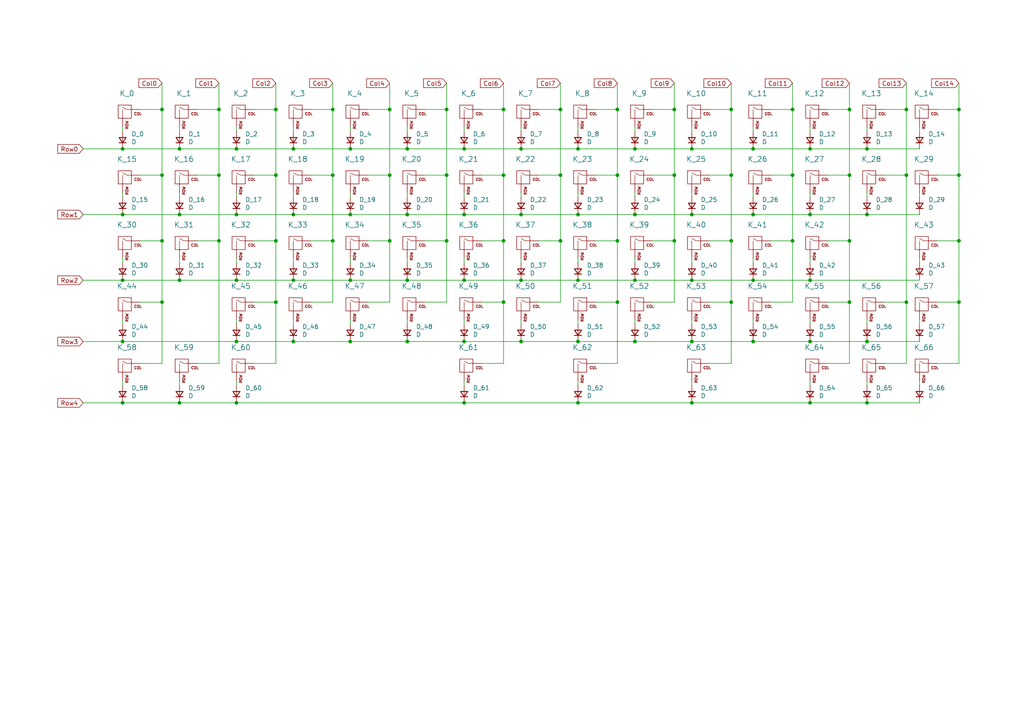
<source format=kicad_sch>
(kicad_sch (version 20211123) (generator eeschema)
  (paper "A4")
  (junction (at 46.99 31.75))
  (junction (at 68.58 81.28))
  (junction (at 80.01 31.75))
  (junction (at 80.01 87.63))
  (junction (at 200.66 116.84))
  (junction (at 96.52 50.8))
  (junction (at 96.52 31.75))
  (junction (at 162.56 50.8))
  (junction (at 229.87 31.75))
  (junction (at 212.09 87.63))
  (junction (at 146.05 87.63))
  (junction (at 68.58 62.23))
  (junction (at 234.95 43.18))
  (junction (at 246.38 69.85))
  (junction (at 251.46 116.84))
  (junction (at 151.13 62.23))
  (junction (at 167.64 62.23))
  (junction (at 278.13 69.85))
  (junction (at 46.99 50.8))
  (junction (at 200.66 62.23))
  (junction (at 151.13 43.18))
  (junction (at 68.58 116.84))
  (junction (at 134.62 99.06))
  (junction (at 146.05 69.85))
  (junction (at 262.89 87.63))
  (junction (at 234.95 81.28))
  (junction (at 35.56 116.84))
  (junction (at 251.46 62.23))
  (junction (at 200.66 43.18))
  (junction (at 162.56 69.85))
  (junction (at 113.03 50.8))
  (junction (at 179.07 50.8))
  (junction (at 167.64 116.84))
  (junction (at 134.62 62.23))
  (junction (at 167.64 81.28))
  (junction (at 218.44 81.28))
  (junction (at 118.11 62.23))
  (junction (at 195.58 50.8))
  (junction (at 167.64 99.06))
  (junction (at 184.15 81.28))
  (junction (at 52.07 43.18))
  (junction (at 184.15 99.06))
  (junction (at 246.38 31.75))
  (junction (at 134.62 81.28))
  (junction (at 218.44 43.18))
  (junction (at 101.6 99.06))
  (junction (at 113.03 69.85))
  (junction (at 35.56 81.28))
  (junction (at 85.09 81.28))
  (junction (at 200.66 81.28))
  (junction (at 278.13 50.8))
  (junction (at 85.09 43.18))
  (junction (at 162.56 31.75))
  (junction (at 151.13 81.28))
  (junction (at 195.58 69.85))
  (junction (at 212.09 50.8))
  (junction (at 246.38 87.63))
  (junction (at 229.87 69.85))
  (junction (at 200.66 99.06))
  (junction (at 46.99 87.63))
  (junction (at 251.46 43.18))
  (junction (at 179.07 31.75))
  (junction (at 52.07 62.23))
  (junction (at 151.13 99.06))
  (junction (at 262.89 50.8))
  (junction (at 46.99 69.85))
  (junction (at 63.5 31.75))
  (junction (at 218.44 99.06))
  (junction (at 234.95 62.23))
  (junction (at 167.64 43.18))
  (junction (at 246.38 50.8))
  (junction (at 52.07 116.84))
  (junction (at 129.54 31.75))
  (junction (at 118.11 43.18))
  (junction (at 35.56 43.18))
  (junction (at 251.46 99.06))
  (junction (at 85.09 62.23))
  (junction (at 118.11 99.06))
  (junction (at 146.05 50.8))
  (junction (at 85.09 99.06))
  (junction (at 218.44 62.23))
  (junction (at 96.52 69.85))
  (junction (at 184.15 43.18))
  (junction (at 101.6 81.28))
  (junction (at 146.05 31.75))
  (junction (at 68.58 99.06))
  (junction (at 134.62 43.18))
  (junction (at 195.58 31.75))
  (junction (at 68.58 43.18))
  (junction (at 234.95 116.84))
  (junction (at 179.07 87.63))
  (junction (at 278.13 31.75))
  (junction (at 212.09 31.75))
  (junction (at 101.6 62.23))
  (junction (at 80.01 69.85))
  (junction (at 179.07 69.85))
  (junction (at 63.5 50.8))
  (junction (at 35.56 62.23))
  (junction (at 229.87 50.8))
  (junction (at 184.15 62.23))
  (junction (at 52.07 81.28))
  (junction (at 35.56 99.06))
  (junction (at 63.5 69.85))
  (junction (at 129.54 50.8))
  (junction (at 113.03 31.75))
  (junction (at 262.89 31.75))
  (junction (at 80.01 50.8))
  (junction (at 234.95 99.06))
  (junction (at 212.09 69.85))
  (junction (at 278.13 87.63))
  (junction (at 129.54 69.85))
  (junction (at 101.6 43.18))
  (junction (at 134.62 116.84))
  (junction (at 118.11 81.28))
  (wire (pts (xy 262.89 31.75) (xy 262.89 50.8)))
  (wire (pts (xy 68.58 36.83) (xy 68.58 38.1)))
  (wire (pts (xy 240.03 87.63) (xy 246.38 87.63)))
  (wire (pts (xy 52.07 81.28) (xy 68.58 81.28)))
  (wire (pts (xy 24.13 62.23) (xy 35.56 62.23)))
  (wire (pts (xy 68.58 74.93) (xy 68.58 76.2)))
  (wire (pts (xy 162.56 69.85) (xy 162.56 50.8)))
  (wire (pts (xy 212.09 105.41) (xy 212.09 87.63)))
  (wire (pts (xy 218.44 55.88) (xy 218.44 57.15)))
  (wire (pts (xy 179.07 87.63) (xy 179.07 69.85)))
  (wire (pts (xy 106.68 31.75) (xy 113.03 31.75)))
  (wire (pts (xy 189.23 50.8) (xy 195.58 50.8)))
  (wire (pts (xy 123.19 50.8) (xy 129.54 50.8)))
  (wire (pts (xy 151.13 36.83) (xy 151.13 38.1)))
  (wire (pts (xy 106.68 69.85) (xy 113.03 69.85)))
  (wire (pts (xy 52.07 74.93) (xy 52.07 76.2)))
  (wire (pts (xy 251.46 110.49) (xy 251.46 111.76)))
  (wire (pts (xy 184.15 74.93) (xy 184.15 76.2)))
  (wire (pts (xy 251.46 36.83) (xy 251.46 38.1)))
  (wire (pts (xy 73.66 87.63) (xy 80.01 87.63)))
  (wire (pts (xy 35.56 55.88) (xy 35.56 57.15)))
  (wire (pts (xy 271.78 87.63) (xy 278.13 87.63)))
  (wire (pts (xy 251.46 116.84) (xy 266.7 116.84)))
  (wire (pts (xy 218.44 62.23) (xy 234.95 62.23)))
  (wire (pts (xy 63.5 105.41) (xy 63.5 69.85)))
  (wire (pts (xy 57.15 69.85) (xy 63.5 69.85)))
  (wire (pts (xy 200.66 81.28) (xy 218.44 81.28)))
  (wire (pts (xy 129.54 87.63) (xy 129.54 69.85)))
  (wire (pts (xy 234.95 74.93) (xy 234.95 76.2)))
  (wire (pts (xy 223.52 50.8) (xy 229.87 50.8)))
  (wire (pts (xy 212.09 69.85) (xy 212.09 50.8)))
  (wire (pts (xy 223.52 69.85) (xy 229.87 69.85)))
  (wire (pts (xy 167.64 36.83) (xy 167.64 38.1)))
  (wire (pts (xy 139.7 87.63) (xy 146.05 87.63)))
  (wire (pts (xy 118.11 74.93) (xy 118.11 76.2)))
  (wire (pts (xy 90.17 50.8) (xy 96.52 50.8)))
  (wire (pts (xy 118.11 55.88) (xy 118.11 57.15)))
  (wire (pts (xy 184.15 43.18) (xy 200.66 43.18)))
  (wire (pts (xy 223.52 87.63) (xy 229.87 87.63)))
  (wire (pts (xy 139.7 69.85) (xy 146.05 69.85)))
  (wire (pts (xy 85.09 36.83) (xy 85.09 38.1)))
  (wire (pts (xy 35.56 116.84) (xy 52.07 116.84)))
  (wire (pts (xy 223.52 31.75) (xy 229.87 31.75)))
  (wire (pts (xy 118.11 81.28) (xy 134.62 81.28)))
  (wire (pts (xy 52.07 62.23) (xy 68.58 62.23)))
  (wire (pts (xy 68.58 99.06) (xy 85.09 99.06)))
  (wire (pts (xy 146.05 87.63) (xy 146.05 69.85)))
  (wire (pts (xy 151.13 74.93) (xy 151.13 76.2)))
  (wire (pts (xy 123.19 31.75) (xy 129.54 31.75)))
  (wire (pts (xy 184.15 55.88) (xy 184.15 57.15)))
  (wire (pts (xy 278.13 24.13) (xy 278.13 31.75)))
  (wire (pts (xy 35.56 81.28) (xy 52.07 81.28)))
  (wire (pts (xy 218.44 81.28) (xy 234.95 81.28)))
  (wire (pts (xy 200.66 110.49) (xy 200.66 111.76)))
  (wire (pts (xy 167.64 92.71) (xy 167.64 93.98)))
  (wire (pts (xy 218.44 99.06) (xy 234.95 99.06)))
  (wire (pts (xy 101.6 99.06) (xy 118.11 99.06)))
  (wire (pts (xy 96.52 87.63) (xy 96.52 69.85)))
  (wire (pts (xy 35.56 110.49) (xy 35.56 111.76)))
  (wire (pts (xy 101.6 36.83) (xy 101.6 38.1)))
  (wire (pts (xy 218.44 36.83) (xy 218.44 38.1)))
  (wire (pts (xy 134.62 74.93) (xy 134.62 76.2)))
  (wire (pts (xy 46.99 105.41) (xy 46.99 87.63)))
  (wire (pts (xy 240.03 69.85) (xy 246.38 69.85)))
  (wire (pts (xy 189.23 31.75) (xy 195.58 31.75)))
  (wire (pts (xy 80.01 105.41) (xy 80.01 87.63)))
  (wire (pts (xy 205.74 105.41) (xy 212.09 105.41)))
  (wire (pts (xy 278.13 87.63) (xy 278.13 69.85)))
  (wire (pts (xy 240.03 105.41) (xy 246.38 105.41)))
  (wire (pts (xy 90.17 69.85) (xy 96.52 69.85)))
  (wire (pts (xy 167.64 110.49) (xy 167.64 111.76)))
  (wire (pts (xy 118.11 62.23) (xy 134.62 62.23)))
  (wire (pts (xy 218.44 92.71) (xy 218.44 93.98)))
  (wire (pts (xy 118.11 36.83) (xy 118.11 38.1)))
  (wire (pts (xy 234.95 110.49) (xy 234.95 111.76)))
  (wire (pts (xy 179.07 69.85) (xy 179.07 50.8)))
  (wire (pts (xy 68.58 92.71) (xy 68.58 93.98)))
  (wire (pts (xy 151.13 55.88) (xy 151.13 57.15)))
  (wire (pts (xy 63.5 69.85) (xy 63.5 50.8)))
  (wire (pts (xy 35.56 43.18) (xy 52.07 43.18)))
  (wire (pts (xy 68.58 81.28) (xy 85.09 81.28)))
  (wire (pts (xy 40.64 31.75) (xy 46.99 31.75)))
  (wire (pts (xy 123.19 87.63) (xy 129.54 87.63)))
  (wire (pts (xy 35.56 74.93) (xy 35.56 76.2)))
  (wire (pts (xy 256.54 50.8) (xy 262.89 50.8)))
  (wire (pts (xy 68.58 110.49) (xy 68.58 111.76)))
  (wire (pts (xy 251.46 55.88) (xy 251.46 57.15)))
  (wire (pts (xy 85.09 92.71) (xy 85.09 93.98)))
  (wire (pts (xy 35.56 62.23) (xy 52.07 62.23)))
  (wire (pts (xy 172.72 69.85) (xy 179.07 69.85)))
  (wire (pts (xy 85.09 55.88) (xy 85.09 57.15)))
  (wire (pts (xy 57.15 31.75) (xy 63.5 31.75)))
  (wire (pts (xy 146.05 31.75) (xy 146.05 50.8)))
  (wire (pts (xy 68.58 43.18) (xy 85.09 43.18)))
  (wire (pts (xy 68.58 62.23) (xy 85.09 62.23)))
  (wire (pts (xy 134.62 62.23) (xy 151.13 62.23)))
  (wire (pts (xy 195.58 31.75) (xy 195.58 50.8)))
  (wire (pts (xy 262.89 24.13) (xy 262.89 31.75)))
  (wire (pts (xy 200.66 74.93) (xy 200.66 76.2)))
  (wire (pts (xy 151.13 43.18) (xy 167.64 43.18)))
  (wire (pts (xy 68.58 116.84) (xy 134.62 116.84)))
  (wire (pts (xy 200.66 36.83) (xy 200.66 38.1)))
  (wire (pts (xy 139.7 31.75) (xy 146.05 31.75)))
  (wire (pts (xy 205.74 69.85) (xy 212.09 69.85)))
  (wire (pts (xy 151.13 62.23) (xy 167.64 62.23)))
  (wire (pts (xy 139.7 50.8) (xy 146.05 50.8)))
  (wire (pts (xy 195.58 69.85) (xy 195.58 50.8)))
  (wire (pts (xy 24.13 81.28) (xy 35.56 81.28)))
  (wire (pts (xy 134.62 55.88) (xy 134.62 57.15)))
  (wire (pts (xy 212.09 31.75) (xy 212.09 50.8)))
  (wire (pts (xy 85.09 74.93) (xy 85.09 76.2)))
  (wire (pts (xy 113.03 31.75) (xy 113.03 50.8)))
  (wire (pts (xy 184.15 99.06) (xy 200.66 99.06)))
  (wire (pts (xy 205.74 87.63) (xy 212.09 87.63)))
  (wire (pts (xy 266.7 36.83) (xy 266.7 38.1)))
  (wire (pts (xy 167.64 43.18) (xy 184.15 43.18)))
  (wire (pts (xy 123.19 69.85) (xy 129.54 69.85)))
  (wire (pts (xy 266.7 92.71) (xy 266.7 93.98)))
  (wire (pts (xy 40.64 50.8) (xy 46.99 50.8)))
  (wire (pts (xy 80.01 87.63) (xy 80.01 69.85)))
  (wire (pts (xy 240.03 31.75) (xy 246.38 31.75)))
  (wire (pts (xy 68.58 55.88) (xy 68.58 57.15)))
  (wire (pts (xy 90.17 87.63) (xy 96.52 87.63)))
  (wire (pts (xy 184.15 62.23) (xy 200.66 62.23)))
  (wire (pts (xy 200.66 99.06) (xy 218.44 99.06)))
  (wire (pts (xy 129.54 69.85) (xy 129.54 50.8)))
  (wire (pts (xy 73.66 50.8) (xy 80.01 50.8)))
  (wire (pts (xy 46.99 87.63) (xy 46.99 69.85)))
  (wire (pts (xy 146.05 69.85) (xy 146.05 50.8)))
  (wire (pts (xy 278.13 69.85) (xy 278.13 50.8)))
  (wire (pts (xy 162.56 24.13) (xy 162.56 31.75)))
  (wire (pts (xy 195.58 87.63) (xy 195.58 69.85)))
  (wire (pts (xy 57.15 105.41) (xy 63.5 105.41)))
  (wire (pts (xy 172.72 31.75) (xy 179.07 31.75)))
  (wire (pts (xy 234.95 81.28) (xy 266.7 81.28)))
  (wire (pts (xy 156.21 87.63) (xy 162.56 87.63)))
  (wire (pts (xy 57.15 50.8) (xy 63.5 50.8)))
  (wire (pts (xy 271.78 31.75) (xy 278.13 31.75)))
  (wire (pts (xy 40.64 69.85) (xy 46.99 69.85)))
  (wire (pts (xy 63.5 31.75) (xy 63.5 50.8)))
  (wire (pts (xy 240.03 50.8) (xy 246.38 50.8)))
  (wire (pts (xy 218.44 74.93) (xy 218.44 76.2)))
  (wire (pts (xy 271.78 105.41) (xy 278.13 105.41)))
  (wire (pts (xy 139.7 105.41) (xy 146.05 105.41)))
  (wire (pts (xy 256.54 31.75) (xy 262.89 31.75)))
  (wire (pts (xy 229.87 31.75) (xy 229.87 50.8)))
  (wire (pts (xy 118.11 99.06) (xy 134.62 99.06)))
  (wire (pts (xy 256.54 105.41) (xy 262.89 105.41)))
  (wire (pts (xy 134.62 110.49) (xy 134.62 111.76)))
  (wire (pts (xy 234.95 55.88) (xy 234.95 57.15)))
  (wire (pts (xy 251.46 43.18) (xy 266.7 43.18)))
  (wire (pts (xy 179.07 24.13) (xy 179.07 31.75)))
  (wire (pts (xy 234.95 62.23) (xy 251.46 62.23)))
  (wire (pts (xy 63.5 24.13) (xy 63.5 31.75)))
  (wire (pts (xy 24.13 99.06) (xy 35.56 99.06)))
  (wire (pts (xy 262.89 105.41) (xy 262.89 87.63)))
  (wire (pts (xy 118.11 43.18) (xy 134.62 43.18)))
  (wire (pts (xy 200.66 92.71) (xy 200.66 93.98)))
  (wire (pts (xy 234.95 36.83) (xy 234.95 38.1)))
  (wire (pts (xy 146.05 24.13) (xy 146.05 31.75)))
  (wire (pts (xy 271.78 69.85) (xy 278.13 69.85)))
  (wire (pts (xy 212.09 24.13) (xy 212.09 31.75)))
  (wire (pts (xy 234.95 43.18) (xy 251.46 43.18)))
  (wire (pts (xy 251.46 62.23) (xy 266.7 62.23)))
  (wire (pts (xy 189.23 69.85) (xy 195.58 69.85)))
  (wire (pts (xy 134.62 36.83) (xy 134.62 38.1)))
  (wire (pts (xy 256.54 87.63) (xy 262.89 87.63)))
  (wire (pts (xy 229.87 24.13) (xy 229.87 31.75)))
  (wire (pts (xy 80.01 69.85) (xy 80.01 50.8)))
  (wire (pts (xy 113.03 24.13) (xy 113.03 31.75)))
  (wire (pts (xy 101.6 81.28) (xy 118.11 81.28)))
  (wire (pts (xy 52.07 36.83) (xy 52.07 38.1)))
  (wire (pts (xy 101.6 74.93) (xy 101.6 76.2)))
  (wire (pts (xy 24.13 43.18) (xy 35.56 43.18)))
  (wire (pts (xy 35.56 36.83) (xy 35.56 38.1)))
  (wire (pts (xy 40.64 87.63) (xy 46.99 87.63)))
  (wire (pts (xy 52.07 43.18) (xy 68.58 43.18)))
  (wire (pts (xy 167.64 99.06) (xy 184.15 99.06)))
  (wire (pts (xy 101.6 55.88) (xy 101.6 57.15)))
  (wire (pts (xy 134.62 43.18) (xy 151.13 43.18)))
  (wire (pts (xy 167.64 116.84) (xy 200.66 116.84)))
  (wire (pts (xy 172.72 87.63) (xy 179.07 87.63)))
  (wire (pts (xy 118.11 92.71) (xy 118.11 93.98)))
  (wire (pts (xy 113.03 87.63) (xy 113.03 69.85)))
  (wire (pts (xy 113.03 69.85) (xy 113.03 50.8)))
  (wire (pts (xy 278.13 31.75) (xy 278.13 50.8)))
  (wire (pts (xy 200.66 43.18) (xy 218.44 43.18)))
  (wire (pts (xy 246.38 87.63) (xy 246.38 69.85)))
  (wire (pts (xy 96.52 31.75) (xy 96.52 50.8)))
  (wire (pts (xy 167.64 74.93) (xy 167.64 76.2)))
  (wire (pts (xy 106.68 50.8) (xy 113.03 50.8)))
  (wire (pts (xy 156.21 69.85) (xy 162.56 69.85)))
  (wire (pts (xy 46.99 31.75) (xy 46.99 50.8)))
  (wire (pts (xy 189.23 87.63) (xy 195.58 87.63)))
  (wire (pts (xy 251.46 99.06) (xy 266.7 99.06)))
  (wire (pts (xy 52.07 55.88) (xy 52.07 57.15)))
  (wire (pts (xy 184.15 81.28) (xy 200.66 81.28)))
  (wire (pts (xy 134.62 92.71) (xy 134.62 93.98)))
  (wire (pts (xy 266.7 55.88) (xy 266.7 57.15)))
  (wire (pts (xy 234.95 99.06) (xy 251.46 99.06)))
  (wire (pts (xy 278.13 105.41) (xy 278.13 87.63)))
  (wire (pts (xy 85.09 43.18) (xy 101.6 43.18)))
  (wire (pts (xy 167.64 55.88) (xy 167.64 57.15)))
  (wire (pts (xy 246.38 31.75) (xy 246.38 50.8)))
  (wire (pts (xy 73.66 105.41) (xy 80.01 105.41)))
  (wire (pts (xy 129.54 24.13) (xy 129.54 31.75)))
  (wire (pts (xy 184.15 92.71) (xy 184.15 93.98)))
  (wire (pts (xy 266.7 74.93) (xy 266.7 76.2)))
  (wire (pts (xy 179.07 105.41) (xy 179.07 87.63)))
  (wire (pts (xy 162.56 31.75) (xy 162.56 50.8)))
  (wire (pts (xy 246.38 105.41) (xy 246.38 87.63)))
  (wire (pts (xy 205.74 31.75) (xy 212.09 31.75)))
  (wire (pts (xy 35.56 99.06) (xy 68.58 99.06)))
  (wire (pts (xy 266.7 110.49) (xy 266.7 111.76)))
  (wire (pts (xy 80.01 24.13) (xy 80.01 31.75)))
  (wire (pts (xy 40.64 105.41) (xy 46.99 105.41)))
  (wire (pts (xy 195.58 24.13) (xy 195.58 31.75)))
  (wire (pts (xy 151.13 81.28) (xy 167.64 81.28)))
  (wire (pts (xy 167.64 62.23) (xy 184.15 62.23)))
  (wire (pts (xy 200.66 55.88) (xy 200.66 57.15)))
  (wire (pts (xy 35.56 92.71) (xy 35.56 93.98)))
  (wire (pts (xy 167.64 81.28) (xy 184.15 81.28)))
  (wire (pts (xy 151.13 99.06) (xy 167.64 99.06)))
  (wire (pts (xy 246.38 24.13) (xy 246.38 31.75)))
  (wire (pts (xy 246.38 69.85) (xy 246.38 50.8)))
  (wire (pts (xy 52.07 116.84) (xy 68.58 116.84)))
  (wire (pts (xy 146.05 105.41) (xy 146.05 87.63)))
  (wire (pts (xy 262.89 87.63) (xy 262.89 50.8)))
  (wire (pts (xy 172.72 105.41) (xy 179.07 105.41)))
  (wire (pts (xy 234.95 116.84) (xy 251.46 116.84)))
  (wire (pts (xy 52.07 110.49) (xy 52.07 111.76)))
  (wire (pts (xy 134.62 99.06) (xy 151.13 99.06)))
  (wire (pts (xy 151.13 92.71) (xy 151.13 93.98)))
  (wire (pts (xy 229.87 69.85) (xy 229.87 50.8)))
  (wire (pts (xy 200.66 62.23) (xy 218.44 62.23)))
  (wire (pts (xy 234.95 92.71) (xy 234.95 93.98)))
  (wire (pts (xy 73.66 31.75) (xy 80.01 31.75)))
  (wire (pts (xy 90.17 31.75) (xy 96.52 31.75)))
  (wire (pts (xy 229.87 87.63) (xy 229.87 69.85)))
  (wire (pts (xy 24.13 116.84) (xy 35.56 116.84)))
  (wire (pts (xy 85.09 62.23) (xy 101.6 62.23)))
  (wire (pts (xy 172.72 50.8) (xy 179.07 50.8)))
  (wire (pts (xy 200.66 116.84) (xy 234.95 116.84)))
  (wire (pts (xy 218.44 43.18) (xy 234.95 43.18)))
  (wire (pts (xy 162.56 87.63) (xy 162.56 69.85)))
  (wire (pts (xy 156.21 31.75) (xy 162.56 31.75)))
  (wire (pts (xy 134.62 116.84) (xy 167.64 116.84)))
  (wire (pts (xy 106.68 87.63) (xy 113.03 87.63)))
  (wire (pts (xy 96.52 24.13) (xy 96.52 31.75)))
  (wire (pts (xy 156.21 50.8) (xy 162.56 50.8)))
  (wire (pts (xy 46.99 24.13) (xy 46.99 31.75)))
  (wire (pts (xy 251.46 92.71) (xy 251.46 93.98)))
  (wire (pts (xy 184.15 36.83) (xy 184.15 38.1)))
  (wire (pts (xy 73.66 69.85) (xy 80.01 69.85)))
  (wire (pts (xy 179.07 31.75) (xy 179.07 50.8)))
  (wire (pts (xy 212.09 87.63) (xy 212.09 69.85)))
  (wire (pts (xy 134.62 81.28) (xy 151.13 81.28)))
  (wire (pts (xy 96.52 69.85) (xy 96.52 50.8)))
  (wire (pts (xy 46.99 69.85) (xy 46.99 50.8)))
  (wire (pts (xy 85.09 99.06) (xy 101.6 99.06)))
  (wire (pts (xy 101.6 62.23) (xy 118.11 62.23)))
  (wire (pts (xy 205.74 50.8) (xy 212.09 50.8)))
  (wire (pts (xy 101.6 43.18) (xy 118.11 43.18)))
  (wire (pts (xy 101.6 92.71) (xy 101.6 93.98)))
  (wire (pts (xy 80.01 31.75) (xy 80.01 50.8)))
  (wire (pts (xy 271.78 50.8) (xy 278.13 50.8)))
  (wire (pts (xy 129.54 31.75) (xy 129.54 50.8)))
  (wire (pts (xy 85.09 81.28) (xy 101.6 81.28)))
  (global_label "Col2" (shape input) (at 80.01 24.13 180) (property "Intersheet References" "${INTERSHEET_REFS}" (effects hide)))
  (global_label "Row2" (shape input) (at 24.13 81.28 180) (property "Intersheet References" "${INTERSHEET_REFS}" (effects hide)))
  (global_label "Col0" (shape input) (at 46.99 24.13 180) (property "Intersheet References" "${INTERSHEET_REFS}" (effects hide)))
  (global_label "Col4" (shape input) (at 113.03 24.13 180) (property "Intersheet References" "${INTERSHEET_REFS}" (effects hide)))
  (global_label "Col14" (shape input) (at 278.13 24.13 180) (property "Intersheet References" "${INTERSHEET_REFS}" (effects hide)))
  (global_label "Col6" (shape input) (at 146.05 24.13 180) (property "Intersheet References" "${INTERSHEET_REFS}" (effects hide)))
  (global_label "Col1" (shape input) (at 63.5 24.13 180) (property "Intersheet References" "${INTERSHEET_REFS}" (effects hide)))
  (global_label "Row3" (shape input) (at 24.13 99.06 180) (property "Intersheet References" "${INTERSHEET_REFS}" (effects hide)))
  (global_label "Col11" (shape input) (at 229.87 24.13 180) (property "Intersheet References" "${INTERSHEET_REFS}" (effects hide)))
  (global_label "Row0" (shape input) (at 24.13 43.18 180) (property "Intersheet References" "${INTERSHEET_REFS}" (effects hide)))
  (global_label "Row4" (shape input) (at 24.13 116.84 180) (property "Intersheet References" "${INTERSHEET_REFS}" (effects hide)))
  (global_label "Col10" (shape input) (at 212.09 24.13 180) (property "Intersheet References" "${INTERSHEET_REFS}" (effects hide)))
  (global_label "Col9" (shape input) (at 195.58 24.13 180) (property "Intersheet References" "${INTERSHEET_REFS}" (effects hide)))
  (global_label "Col3" (shape input) (at 96.52 24.13 180) (property "Intersheet References" "${INTERSHEET_REFS}" (effects hide)))
  (global_label "Col5" (shape input) (at 129.54 24.13 180) (property "Intersheet References" "${INTERSHEET_REFS}" (effects hide)))
  (global_label "Col13" (shape input) (at 262.89 24.13 180) (property "Intersheet References" "${INTERSHEET_REFS}" (effects hide)))
  (global_label "Col7" (shape input) (at 162.56 24.13 180) (property "Intersheet References" "${INTERSHEET_REFS}" (effects hide)))
  (global_label "Row1" (shape input) (at 24.13 62.23 180) (property "Intersheet References" "${INTERSHEET_REFS}" (effects hide)))
  (global_label "Col12" (shape input) (at 246.38 24.13 180) (property "Intersheet References" "${INTERSHEET_REFS}" (effects hide)))
  (global_label "Col8" (shape input) (at 179.07 24.13 180) (property "Intersheet References" "${INTERSHEET_REFS}" (effects hide)))
  (symbol (lib_id "Device:D_Small") (at 251.46 59.69 90) (unit 1)
    (property "Reference" "D_28" (at 254 57.912 90) (effects (justify right)))
    (property "Value" "D" (at 254 60.198 90) (effects (justify right)))
    (property "Footprint" "Diode_SMD:D_SOD-123" (effects hide))
  )
  (symbol (lib_id "MX_Alps_Hybrid:MX-NoLED") (at 102.87 52.07 0) (unit 1)
    (property "Reference" "K_19" (at 102.87 46.1518 0) (effects (font (size 1.524 1.524))))
    (property "Value" "KEYSW" (effects hide))
    (property "Footprint" "MX_Alps_Hybrid:MX-1U-NoLED" (effects hide))
  )
  (symbol (lib_id "Device:D_Small") (at 118.11 40.64 90) (unit 1)
    (property "Reference" "D_5" (at 120.65 38.862 90) (effects (justify right)))
    (property "Value" "D" (at 120.65 41.148 90) (effects (justify right)))
    (property "Footprint" "Diode_SMD:D_SOD-123" (effects hide))
  )
  (symbol (lib_id "MX_Alps_Hybrid:MX-NoLED") (at 219.71 52.07 0) (unit 1)
    (property "Reference" "K_26" (at 219.71 46.1518 0) (effects (font (size 1.524 1.524))))
    (property "Value" "KEYSW" (effects hide))
    (property "Footprint" "MX_Alps_Hybrid:MX-1U-NoLED" (effects hide))
  )
  (symbol (lib_id "Device:D_Small") (at 68.58 40.64 90) (unit 1)
    (property "Reference" "D_2" (at 71.12 38.862 90) (effects (justify right)))
    (property "Value" "D" (at 71.12 41.148 90) (effects (justify right)))
    (property "Footprint" "Diode_SMD:D_SOD-123" (effects hide))
  )
  (symbol (lib_id "MX_Alps_Hybrid:MX-NoLED") (at 102.87 88.9 0) (unit 1)
    (property "Reference" "K_47" (at 102.87 82.9818 0) (effects (font (size 1.524 1.524))))
    (property "Value" "KEYSW" (effects hide))
    (property "Footprint" "MX_Alps_Hybrid:MX-1U-NoLED" (effects hide))
  )
  (symbol (lib_id "Device:D_Small") (at 52.07 40.64 90) (unit 1)
    (property "Reference" "D_1" (at 54.61 38.862 90) (effects (justify right)))
    (property "Value" "D" (at 54.61 41.148 90) (effects (justify right)))
    (property "Footprint" "Diode_SMD:D_SOD-123" (effects hide))
  )
  (symbol (lib_id "Device:D_Small") (at 234.95 59.69 90) (unit 1)
    (property "Reference" "D_27" (at 237.49 57.912 90) (effects (justify right)))
    (property "Value" "D" (at 237.49 60.198 90) (effects (justify right)))
    (property "Footprint" "Diode_SMD:D_SOD-123" (effects hide))
  )
  (symbol (lib_id "MX_Alps_Hybrid:MX-NoLED") (at 152.4 52.07 0) (unit 1)
    (property "Reference" "K_22" (at 152.4 46.1518 0) (effects (font (size 1.524 1.524))))
    (property "Value" "KEYSW" (effects hide))
    (property "Footprint" "MX_Alps_Hybrid:MX-1U-NoLED" (effects hide))
  )
  (symbol (lib_id "MX_Alps_Hybrid:MX-NoLED") (at 201.93 33.02 0) (unit 1)
    (property "Reference" "K_10" (at 201.93 27.1018 0) (effects (font (size 1.524 1.524))))
    (property "Value" "KEYSW" (effects hide))
    (property "Footprint" "MX_Alps_Hybrid:MX-1U-NoLED" (effects hide))
  )
  (symbol (lib_id "Device:D_Small") (at 134.62 114.3 90) (unit 1)
    (property "Reference" "D_61" (at 137.16 112.522 90) (effects (justify right)))
    (property "Value" "D" (at 137.16 114.808 90) (effects (justify right)))
    (property "Footprint" "Diode_SMD:D_SOD-123" (effects hide))
  )
  (symbol (lib_id "Device:D_Small") (at 134.62 59.69 90) (unit 1)
    (property "Reference" "D_21" (at 137.16 57.912 90) (effects (justify right)))
    (property "Value" "D" (at 137.16 60.198 90) (effects (justify right)))
    (property "Footprint" "Diode_SMD:D_SOD-123" (effects hide))
  )
  (symbol (lib_id "MX_Alps_Hybrid:MX-NoLED") (at 36.83 33.02 0) (unit 1)
    (property "Reference" "K_0" (at 36.83 27.1018 0) (effects (font (size 1.524 1.524))))
    (property "Value" "KEYSW" (effects hide))
    (property "Footprint" "MX_Alps_Hybrid:MX-1U-NoLED" (effects hide))
  )
  (symbol (lib_id "Device:D_Small") (at 167.64 59.69 90) (unit 1)
    (property "Reference" "D_23" (at 170.18 57.912 90) (effects (justify right)))
    (property "Value" "D" (at 170.18 60.198 90) (effects (justify right)))
    (property "Footprint" "Diode_SMD:D_SOD-123" (effects hide))
  )
  (symbol (lib_id "MX_Alps_Hybrid:MX-NoLED") (at 185.42 52.07 0) (unit 1)
    (property "Reference" "K_24" (at 185.42 46.1518 0) (effects (font (size 1.524 1.524))))
    (property "Value" "KEYSW" (effects hide))
    (property "Footprint" "MX_Alps_Hybrid:MX-1U-NoLED" (effects hide))
  )
  (symbol (lib_id "Device:D_Small") (at 35.56 78.74 90) (unit 1)
    (property "Reference" "D_30" (at 38.1 76.962 90) (effects (justify right)))
    (property "Value" "D" (at 38.1 79.248 90) (effects (justify right)))
    (property "Footprint" "Diode_SMD:D_SOD-123" (effects hide))
  )
  (symbol (lib_id "MX_Alps_Hybrid:MX-NoLED") (at 267.97 106.68 0) (unit 1)
    (property "Reference" "K_66" (at 267.97 100.7618 0) (effects (font (size 1.524 1.524))))
    (property "Value" "KEYSW" (effects hide))
    (property "Footprint" "MX_Alps_Hybrid:MX-1U-NoLED" (effects hide))
  )
  (symbol (lib_id "MX_Alps_Hybrid:MX-NoLED") (at 53.34 52.07 0) (unit 1)
    (property "Reference" "K_16" (at 53.34 46.1518 0) (effects (font (size 1.524 1.524))))
    (property "Value" "KEYSW" (effects hide))
    (property "Footprint" "MX_Alps_Hybrid:MX-1U-NoLED" (effects hide))
  )
  (symbol (lib_id "Device:D_Small") (at 234.95 114.3 90) (unit 1)
    (property "Reference" "D_64" (at 237.49 112.522 90) (effects (justify right)))
    (property "Value" "D" (at 237.49 114.808 90) (effects (justify right)))
    (property "Footprint" "Diode_SMD:D_SOD-123" (effects hide))
  )
  (symbol (lib_id "MX_Alps_Hybrid:MX-NoLED") (at 135.89 33.02 0) (unit 1)
    (property "Reference" "K_6" (at 135.89 27.1018 0) (effects (font (size 1.524 1.524))))
    (property "Value" "KEYSW" (effects hide))
    (property "Footprint" "MX_Alps_Hybrid:MX-1U-NoLED" (effects hide))
  )
  (symbol (lib_id "Device:D_Small") (at 35.56 59.69 90) (unit 1)
    (property "Reference" "D_15" (at 38.1 57.912 90) (effects (justify right)))
    (property "Value" "D" (at 38.1 60.198 90) (effects (justify right)))
    (property "Footprint" "Diode_SMD:D_SOD-123" (effects hide))
  )
  (symbol (lib_id "MX_Alps_Hybrid:MX-NoLED") (at 252.73 106.68 0) (unit 1)
    (property "Reference" "K_65" (at 252.73 100.7618 0) (effects (font (size 1.524 1.524))))
    (property "Value" "KEYSW" (effects hide))
    (property "Footprint" "MX_Alps_Hybrid:MX-1U-NoLED" (effects hide))
  )
  (symbol (lib_id "Device:D_Small") (at 85.09 78.74 90) (unit 1)
    (property "Reference" "D_33" (at 87.63 76.962 90) (effects (justify right)))
    (property "Value" "D" (at 87.63 79.248 90) (effects (justify right)))
    (property "Footprint" "Diode_SMD:D_SOD-123" (effects hide))
  )
  (symbol (lib_id "MX_Alps_Hybrid:MX-NoLED") (at 152.4 71.12 0) (unit 1)
    (property "Reference" "K_37" (at 152.4 65.2018 0) (effects (font (size 1.524 1.524))))
    (property "Value" "KEYSW" (effects hide))
    (property "Footprint" "MX_Alps_Hybrid:MX-1U-NoLED" (effects hide))
  )
  (symbol (lib_id "MX_Alps_Hybrid:MX-NoLED") (at 86.36 88.9 0) (unit 1)
    (property "Reference" "K_46" (at 86.36 82.9818 0) (effects (font (size 1.524 1.524))))
    (property "Value" "KEYSW" (effects hide))
    (property "Footprint" "MX_Alps_Hybrid:MX-1U-NoLED" (effects hide))
  )
  (symbol (lib_id "Device:D_Small") (at 85.09 59.69 90) (unit 1)
    (property "Reference" "D_18" (at 87.63 57.912 90) (effects (justify right)))
    (property "Value" "D" (at 87.63 60.198 90) (effects (justify right)))
    (property "Footprint" "Diode_SMD:D_SOD-123" (effects hide))
  )
  (symbol (lib_id "MX_Alps_Hybrid:MX-NoLED") (at 219.71 33.02 0) (unit 1)
    (property "Reference" "K_11" (at 219.71 27.1018 0) (effects (font (size 1.524 1.524))))
    (property "Value" "KEYSW" (effects hide))
    (property "Footprint" "MX_Alps_Hybrid:MX-1U-NoLED" (effects hide))
  )
  (symbol (lib_id "Device:D_Small") (at 134.62 40.64 90) (unit 1)
    (property "Reference" "D_6" (at 137.16 38.862 90) (effects (justify right)))
    (property "Value" "D" (at 137.16 41.148 90) (effects (justify right)))
    (property "Footprint" "Diode_SMD:D_SOD-123" (effects hide))
  )
  (symbol (lib_id "MX_Alps_Hybrid:MX-NoLED") (at 252.73 88.9 0) (unit 1)
    (property "Reference" "K_56" (at 252.73 82.9818 0) (effects (font (size 1.524 1.524))))
    (property "Value" "KEYSW" (effects hide))
    (property "Footprint" "MX_Alps_Hybrid:MX-1U-NoLED" (effects hide))
  )
  (symbol (lib_id "Device:D_Small") (at 234.95 40.64 90) (unit 1)
    (property "Reference" "D_12" (at 237.49 38.862 90) (effects (justify right)))
    (property "Value" "D" (at 237.49 41.148 90) (effects (justify right)))
    (property "Footprint" "Diode_SMD:D_SOD-123" (effects hide))
  )
  (symbol (lib_id "MX_Alps_Hybrid:MX-NoLED") (at 53.34 71.12 0) (unit 1)
    (property "Reference" "K_31" (at 53.34 65.2018 0) (effects (font (size 1.524 1.524))))
    (property "Value" "KEYSW" (effects hide))
    (property "Footprint" "MX_Alps_Hybrid:MX-1U-NoLED" (effects hide))
  )
  (symbol (lib_id "Device:D_Small") (at 68.58 78.74 90) (unit 1)
    (property "Reference" "D_32" (at 71.12 76.962 90) (effects (justify right)))
    (property "Value" "D" (at 71.12 79.248 90) (effects (justify right)))
    (property "Footprint" "Diode_SMD:D_SOD-123" (effects hide))
  )
  (symbol (lib_id "MX_Alps_Hybrid:MX-NoLED") (at 86.36 71.12 0) (unit 1)
    (property "Reference" "K_33" (at 86.36 65.2018 0) (effects (font (size 1.524 1.524))))
    (property "Value" "KEYSW" (effects hide))
    (property "Footprint" "MX_Alps_Hybrid:MX-1U-NoLED" (effects hide))
  )
  (symbol (lib_id "MX_Alps_Hybrid:MX-NoLED") (at 168.91 33.02 0) (unit 1)
    (property "Reference" "K_8" (at 168.91 27.1018 0) (effects (font (size 1.524 1.524))))
    (property "Value" "KEYSW" (effects hide))
    (property "Footprint" "MX_Alps_Hybrid:MX-1U-NoLED" (effects hide))
  )
  (symbol (lib_id "MX_Alps_Hybrid:MX-NoLED") (at 236.22 52.07 0) (unit 1)
    (property "Reference" "K_27" (at 236.22 46.1518 0) (effects (font (size 1.524 1.524))))
    (property "Value" "KEYSW" (effects hide))
    (property "Footprint" "MX_Alps_Hybrid:MX-1U-NoLED" (effects hide))
  )
  (symbol (lib_id "MX_Alps_Hybrid:MX-NoLED") (at 219.71 88.9 0) (unit 1)
    (property "Reference" "K_54" (at 219.71 82.9818 0) (effects (font (size 1.524 1.524))))
    (property "Value" "KEYSW" (effects hide))
    (property "Footprint" "MX_Alps_Hybrid:MX-1U-NoLED" (effects hide))
  )
  (symbol (lib_id "Device:D_Small") (at 200.66 78.74 90) (unit 1)
    (property "Reference" "D_40" (at 203.2 76.962 90) (effects (justify right)))
    (property "Value" "D" (at 203.2 79.248 90) (effects (justify right)))
    (property "Footprint" "Diode_SMD:D_SOD-123" (effects hide))
  )
  (symbol (lib_id "MX_Alps_Hybrid:MX-NoLED") (at 185.42 33.02 0) (unit 1)
    (property "Reference" "K_9" (at 185.42 27.1018 0) (effects (font (size 1.524 1.524))))
    (property "Value" "KEYSW" (effects hide))
    (property "Footprint" "MX_Alps_Hybrid:MX-1U-NoLED" (effects hide))
  )
  (symbol (lib_id "Device:D_Small") (at 251.46 96.52 90) (unit 1)
    (property "Reference" "D_56" (at 254 94.742 90) (effects (justify right)))
    (property "Value" "D" (at 254 97.028 90) (effects (justify right)))
    (property "Footprint" "Diode_SMD:D_SOD-123" (effects hide))
  )
  (symbol (lib_id "MX_Alps_Hybrid:MX-NoLED") (at 252.73 33.02 0) (unit 1)
    (property "Reference" "K_13" (at 252.73 27.1018 0) (effects (font (size 1.524 1.524))))
    (property "Value" "KEYSW" (effects hide))
    (property "Footprint" "MX_Alps_Hybrid:MX-2U-NoLED" (effects hide))
  )
  (symbol (lib_id "Device:D_Small") (at 184.15 40.64 90) (unit 1)
    (property "Reference" "D_9" (at 186.69 38.862 90) (effects (justify right)))
    (property "Value" "D" (at 186.69 41.148 90) (effects (justify right)))
    (property "Footprint" "Diode_SMD:D_SOD-123" (effects hide))
  )
  (symbol (lib_id "MX_Alps_Hybrid:MX-NoLED") (at 36.83 106.68 0) (unit 1)
    (property "Reference" "K_58" (at 36.83 100.7618 0) (effects (font (size 1.524 1.524))))
    (property "Value" "KEYSW" (effects hide))
    (property "Footprint" "MX_Alps_Hybrid:MX-1.25U-NoLED" (effects hide))
  )
  (symbol (lib_id "Device:D_Small") (at 167.64 78.74 90) (unit 1)
    (property "Reference" "D_38" (at 170.18 76.962 90) (effects (justify right)))
    (property "Value" "D" (at 170.18 79.248 90) (effects (justify right)))
    (property "Footprint" "Diode_SMD:D_SOD-123" (effects hide))
  )
  (symbol (lib_id "Device:D_Small") (at 35.56 40.64 90) (unit 1)
    (property "Reference" "D_0" (at 38.1 38.862 90) (effects (justify right)))
    (property "Value" "D" (at 38.1 41.148 90) (effects (justify right)))
    (property "Footprint" "Diode_SMD:D_SOD-123" (effects hide))
  )
  (symbol (lib_id "Device:D_Small") (at 251.46 114.3 90) (unit 1)
    (property "Reference" "D_65" (at 254 112.522 90) (effects (justify right)))
    (property "Value" "D" (at 254 114.808 90) (effects (justify right)))
    (property "Footprint" "Diode_SMD:D_SOD-123" (effects hide))
  )
  (symbol (lib_id "MX_Alps_Hybrid:MX-NoLED") (at 86.36 33.02 0) (unit 1)
    (property "Reference" "K_3" (at 86.36 27.1018 0) (effects (font (size 1.524 1.524))))
    (property "Value" "KEYSW" (effects hide))
    (property "Footprint" "MX_Alps_Hybrid:MX-1U-NoLED" (effects hide))
  )
  (symbol (lib_id "Device:D_Small") (at 134.62 78.74 90) (unit 1)
    (property "Reference" "D_36" (at 137.16 76.962 90) (effects (justify right)))
    (property "Value" "D" (at 137.16 79.248 90) (effects (justify right)))
    (property "Footprint" "Diode_SMD:D_SOD-123" (effects hide))
  )
  (symbol (lib_id "MX_Alps_Hybrid:MX-NoLED") (at 86.36 52.07 0) (unit 1)
    (property "Reference" "K_18" (at 86.36 46.1518 0) (effects (font (size 1.524 1.524))))
    (property "Value" "KEYSW" (effects hide))
    (property "Footprint" "MX_Alps_Hybrid:MX-1U-NoLED" (effects hide))
  )
  (symbol (lib_id "MX_Alps_Hybrid:MX-NoLED") (at 152.4 88.9 0) (unit 1)
    (property "Reference" "K_50" (at 152.4 82.9818 0) (effects (font (size 1.524 1.524))))
    (property "Value" "KEYSW" (effects hide))
    (property "Footprint" "MX_Alps_Hybrid:MX-1U-NoLED" (effects hide))
  )
  (symbol (lib_id "Device:D_Small") (at 184.15 59.69 90) (unit 1)
    (property "Reference" "D_24" (at 186.69 57.912 90) (effects (justify right)))
    (property "Value" "D" (at 186.69 60.198 90) (effects (justify right)))
    (property "Footprint" "Diode_SMD:D_SOD-123" (effects hide))
  )
  (symbol (lib_id "Device:D_Small") (at 218.44 59.69 90) (unit 1)
    (property "Reference" "D_26" (at 220.98 57.912 90) (effects (justify right)))
    (property "Value" "D" (at 220.98 60.198 90) (effects (justify right)))
    (property "Footprint" "Diode_SMD:D_SOD-123" (effects hide))
  )
  (symbol (lib_id "Device:D_Small") (at 151.13 40.64 90) (unit 1)
    (property "Reference" "D_7" (at 153.67 38.862 90) (effects (justify right)))
    (property "Value" "D" (at 153.67 41.148 90) (effects (justify right)))
    (property "Footprint" "Diode_SMD:D_SOD-123" (effects hide))
  )
  (symbol (lib_id "MX_Alps_Hybrid:MX-NoLED") (at 267.97 52.07 0) (unit 1)
    (property "Reference" "K_29" (at 267.97 46.1518 0) (effects (font (size 1.524 1.524))))
    (property "Value" "KEYSW" (effects hide))
    (property "Footprint" "MX_Alps_Hybrid:MX-1U-NoLED" (effects hide))
  )
  (symbol (lib_id "Device:D_Small") (at 218.44 40.64 90) (unit 1)
    (property "Reference" "D_11" (at 220.98 38.862 90) (effects (justify right)))
    (property "Value" "D" (at 220.98 41.148 90) (effects (justify right)))
    (property "Footprint" "Diode_SMD:D_SOD-123" (effects hide))
  )
  (symbol (lib_id "Device:D_Small") (at 101.6 40.64 90) (unit 1)
    (property "Reference" "D_4" (at 104.14 38.862 90) (effects (justify right)))
    (property "Value" "D" (at 104.14 41.148 90) (effects (justify right)))
    (property "Footprint" "Diode_SMD:D_SOD-123" (effects hide))
  )
  (symbol (lib_id "MX_Alps_Hybrid:MX-NoLED") (at 135.89 88.9 0) (unit 1)
    (property "Reference" "K_49" (at 135.89 82.9818 0) (effects (font (size 1.524 1.524))))
    (property "Value" "KEYSW" (effects hide))
    (property "Footprint" "MX_Alps_Hybrid:MX-1U-NoLED" (effects hide))
  )
  (symbol (lib_id "MX_Alps_Hybrid:MX-NoLED") (at 119.38 33.02 0) (unit 1)
    (property "Reference" "K_5" (at 119.38 27.1018 0) (effects (font (size 1.524 1.524))))
    (property "Value" "KEYSW" (effects hide))
    (property "Footprint" "MX_Alps_Hybrid:MX-1U-NoLED" (effects hide))
  )
  (symbol (lib_id "Device:D_Small") (at 134.62 96.52 90) (unit 1)
    (property "Reference" "D_49" (at 137.16 94.742 90) (effects (justify right)))
    (property "Value" "D" (at 137.16 97.028 90) (effects (justify right)))
    (property "Footprint" "Diode_SMD:D_SOD-123" (effects hide))
  )
  (symbol (lib_id "Device:D_Small") (at 118.11 78.74 90) (unit 1)
    (property "Reference" "D_35" (at 120.65 76.962 90) (effects (justify right)))
    (property "Value" "D" (at 120.65 79.248 90) (effects (justify right)))
    (property "Footprint" "Diode_SMD:D_SOD-123" (effects hide))
  )
  (symbol (lib_id "Device:D_Small") (at 118.11 96.52 90) (unit 1)
    (property "Reference" "D_48" (at 120.65 94.742 90) (effects (justify right)))
    (property "Value" "D" (at 120.65 97.028 90) (effects (justify right)))
    (property "Footprint" "Diode_SMD:D_SOD-123" (effects hide))
  )
  (symbol (lib_id "MX_Alps_Hybrid:MX-NoLED") (at 201.93 88.9 0) (unit 1)
    (property "Reference" "K_53" (at 201.93 82.9818 0) (effects (font (size 1.524 1.524))))
    (property "Value" "KEYSW" (effects hide))
    (property "Footprint" "MX_Alps_Hybrid:MX-1U-NoLED" (effects hide))
  )
  (symbol (lib_id "Device:D_Small") (at 200.66 59.69 90) (unit 1)
    (property "Reference" "D_25" (at 203.2 57.912 90) (effects (justify right)))
    (property "Value" "D" (at 203.2 60.198 90) (effects (justify right)))
    (property "Footprint" "Diode_SMD:D_SOD-123" (effects hide))
  )
  (symbol (lib_id "MX_Alps_Hybrid:MX-NoLED") (at 201.93 52.07 0) (unit 1)
    (property "Reference" "K_25" (at 201.93 46.1518 0) (effects (font (size 1.524 1.524))))
    (property "Value" "KEYSW" (effects hide))
    (property "Footprint" "MX_Alps_Hybrid:MX-1U-NoLED" (effects hide))
  )
  (symbol (lib_id "Device:D_Small") (at 266.7 59.69 90) (unit 1)
    (property "Reference" "D_29" (at 269.24 57.912 90) (effects (justify right)))
    (property "Value" "D" (at 269.24 60.198 90) (effects (justify right)))
    (property "Footprint" "Diode_SMD:D_SOD-123" (effects hide))
  )
  (symbol (lib_id "Device:D_Small") (at 184.15 96.52 90) (unit 1)
    (property "Reference" "D_52" (at 186.69 94.742 90) (effects (justify right)))
    (property "Value" "D" (at 186.69 97.028 90) (effects (justify right)))
    (property "Footprint" "Diode_SMD:D_SOD-123" (effects hide))
  )
  (symbol (lib_id "MX_Alps_Hybrid:MX-NoLED") (at 69.85 33.02 0) (unit 1)
    (property "Reference" "K_2" (at 69.85 27.1018 0) (effects (font (size 1.524 1.524))))
    (property "Value" "KEYSW" (effects hide))
    (property "Footprint" "MX_Alps_Hybrid:MX-1U-NoLED" (effects hide))
  )
  (symbol (lib_id "MX_Alps_Hybrid:MX-NoLED") (at 168.91 71.12 0) (unit 1)
    (property "Reference" "K_38" (at 168.91 65.2018 0) (effects (font (size 1.524 1.524))))
    (property "Value" "KEYSW" (effects hide))
    (property "Footprint" "MX_Alps_Hybrid:MX-1U-NoLED" (effects hide))
  )
  (symbol (lib_id "MX_Alps_Hybrid:MX-NoLED") (at 135.89 106.68 0) (unit 1)
    (property "Reference" "K_61" (at 135.89 100.7618 0) (effects (font (size 1.524 1.524))))
    (property "Value" "KEYSW" (effects hide))
    (property "Footprint" "MX_Alps_Hybrid:MX-6.25U-NoLED" (effects hide))
  )
  (symbol (lib_id "MX_Alps_Hybrid:MX-NoLED") (at 185.42 71.12 0) (unit 1)
    (property "Reference" "K_39" (at 185.42 65.2018 0) (effects (font (size 1.524 1.524))))
    (property "Value" "KEYSW" (effects hide))
    (property "Footprint" "MX_Alps_Hybrid:MX-1U-NoLED" (effects hide))
  )
  (symbol (lib_id "MX_Alps_Hybrid:MX-NoLED") (at 36.83 88.9 0) (unit 1)
    (property "Reference" "K_44" (at 36.83 82.9818 0) (effects (font (size 1.524 1.524))))
    (property "Value" "KEYSW" (effects hide))
    (property "Footprint" "MX_Alps_Hybrid:MX-2.25U-NoLED" (effects hide))
  )
  (symbol (lib_id "Device:D_Small") (at 52.07 78.74 90) (unit 1)
    (property "Reference" "D_31" (at 54.61 76.962 90) (effects (justify right)))
    (property "Value" "D" (at 54.61 79.248 90) (effects (justify right)))
    (property "Footprint" "Diode_SMD:D_SOD-123" (effects hide))
  )
  (symbol (lib_id "Device:D_Small") (at 101.6 78.74 90) (unit 1)
    (property "Reference" "D_34" (at 104.14 76.962 90) (effects (justify right)))
    (property "Value" "D" (at 104.14 79.248 90) (effects (justify right)))
    (property "Footprint" "Diode_SMD:D_SOD-123" (effects hide))
  )
  (symbol (lib_id "MX_Alps_Hybrid:MX-NoLED") (at 185.42 88.9 0) (unit 1)
    (property "Reference" "K_52" (at 185.42 82.9818 0) (effects (font (size 1.524 1.524))))
    (property "Value" "KEYSW" (effects hide))
    (property "Footprint" "MX_Alps_Hybrid:MX-1U-NoLED" (effects hide))
  )
  (symbol (lib_id "MX_Alps_Hybrid:MX-NoLED") (at 219.71 71.12 0) (unit 1)
    (property "Reference" "K_41" (at 219.71 65.2018 0) (effects (font (size 1.524 1.524))))
    (property "Value" "KEYSW" (effects hide))
    (property "Footprint" "MX_Alps_Hybrid:MX-1U-NoLED" (effects hide))
  )
  (symbol (lib_id "MX_Alps_Hybrid:MX-NoLED") (at 252.73 52.07 0) (unit 1)
    (property "Reference" "K_28" (at 252.73 46.1518 0) (effects (font (size 1.524 1.524))))
    (property "Value" "KEYSW" (effects hide))
    (property "Footprint" "MX_Alps_Hybrid:MX-1.5U-NoLED" (effects hide))
  )
  (symbol (lib_id "Device:D_Small") (at 68.58 96.52 90) (unit 1)
    (property "Reference" "D_45" (at 71.12 94.742 90) (effects (justify right)))
    (property "Value" "D" (at 71.12 97.028 90) (effects (justify right)))
    (property "Footprint" "Diode_SMD:D_SOD-123" (effects hide))
  )
  (symbol (lib_id "MX_Alps_Hybrid:MX-NoLED") (at 236.22 106.68 0) (unit 1)
    (property "Reference" "K_64" (at 236.22 100.7618 0) (effects (font (size 1.524 1.524))))
    (property "Value" "KEYSW" (effects hide))
    (property "Footprint" "MX_Alps_Hybrid:MX-1U-NoLED" (effects hide))
  )
  (symbol (lib_id "MX_Alps_Hybrid:MX-NoLED") (at 168.91 52.07 0) (unit 1)
    (property "Reference" "K_23" (at 168.91 46.1518 0) (effects (font (size 1.524 1.524))))
    (property "Value" "KEYSW" (effects hide))
    (property "Footprint" "MX_Alps_Hybrid:MX-1U-NoLED" (effects hide))
  )
  (symbol (lib_id "MX_Alps_Hybrid:MX-NoLED") (at 69.85 88.9 0) (unit 1)
    (property "Reference" "K_45" (at 69.85 82.9818 0) (effects (font (size 1.524 1.524))))
    (property "Value" "KEYSW" (effects hide))
    (property "Footprint" "MX_Alps_Hybrid:MX-1U-NoLED" (effects hide))
  )
  (symbol (lib_id "Device:D_Small") (at 151.13 96.52 90) (unit 1)
    (property "Reference" "D_50" (at 153.67 94.742 90) (effects (justify right)))
    (property "Value" "D" (at 153.67 97.028 90) (effects (justify right)))
    (property "Footprint" "Diode_SMD:D_SOD-123" (effects hide))
  )
  (symbol (lib_id "MX_Alps_Hybrid:MX-NoLED") (at 119.38 52.07 0) (unit 1)
    (property "Reference" "K_20" (at 119.38 46.1518 0) (effects (font (size 1.524 1.524))))
    (property "Value" "KEYSW" (effects hide))
    (property "Footprint" "MX_Alps_Hybrid:MX-1U-NoLED" (effects hide))
  )
  (symbol (lib_id "Device:D_Small") (at 266.7 78.74 90) (unit 1)
    (property "Reference" "D_43" (at 269.24 76.962 90) (effects (justify right)))
    (property "Value" "D" (at 269.24 79.248 90) (effects (justify right)))
    (property "Footprint" "Diode_SMD:D_SOD-123" (effects hide))
  )
  (symbol (lib_id "MX_Alps_Hybrid:MX-NoLED") (at 152.4 33.02 0) (unit 1)
    (property "Reference" "K_7" (at 152.4 27.1018 0) (effects (font (size 1.524 1.524))))
    (property "Value" "KEYSW" (effects hide))
    (property "Footprint" "MX_Alps_Hybrid:MX-1U-NoLED" (effects hide))
  )
  (symbol (lib_id "MX_Alps_Hybrid:MX-NoLED") (at 69.85 71.12 0) (unit 1)
    (property "Reference" "K_32" (at 69.85 65.2018 0) (effects (font (size 1.524 1.524))))
    (property "Value" "KEYSW" (effects hide))
    (property "Footprint" "MX_Alps_Hybrid:MX-1U-NoLED" (effects hide))
  )
  (symbol (lib_id "Device:D_Small") (at 234.95 78.74 90) (unit 1)
    (property "Reference" "D_42" (at 237.49 76.962 90) (effects (justify right)))
    (property "Value" "D" (at 237.49 79.248 90) (effects (justify right)))
    (property "Footprint" "Diode_SMD:D_SOD-123" (effects hide))
  )
  (symbol (lib_id "MX_Alps_Hybrid:MX-NoLED") (at 236.22 71.12 0) (unit 1)
    (property "Reference" "K_42" (at 236.22 65.2018 0) (effects (font (size 1.524 1.524))))
    (property "Value" "KEYSW" (effects hide))
    (property "Footprint" "MX_Alps_Hybrid:MX-2.25U-NoLED" (effects hide))
  )
  (symbol (lib_id "MX_Alps_Hybrid:MX-NoLED") (at 267.97 33.02 0) (unit 1)
    (property "Reference" "K_14" (at 267.97 27.1018 0) (effects (font (size 1.524 1.524))))
    (property "Value" "KEYSW" (effects hide))
    (property "Footprint" "MX_Alps_Hybrid:MX-1U-NoLED" (effects hide))
  )
  (symbol (lib_id "Device:D_Small") (at 85.09 40.64 90) (unit 1)
    (property "Reference" "D_3" (at 87.63 38.862 90) (effects (justify right)))
    (property "Value" "D" (at 87.63 41.148 90) (effects (justify right)))
    (property "Footprint" "Diode_SMD:D_SOD-123" (effects hide))
  )
  (symbol (lib_id "Device:D_Small") (at 200.66 114.3 90) (unit 1)
    (property "Reference" "D_63" (at 203.2 112.522 90) (effects (justify right)))
    (property "Value" "D" (at 203.2 114.808 90) (effects (justify right)))
    (property "Footprint" "Diode_SMD:D_SOD-123" (effects hide))
  )
  (symbol (lib_id "Device:D_Small") (at 101.6 96.52 90) (unit 1)
    (property "Reference" "D_47" (at 104.14 94.742 90) (effects (justify right)))
    (property "Value" "D" (at 104.14 97.028 90) (effects (justify right)))
    (property "Footprint" "Diode_SMD:D_SOD-123" (effects hide))
  )
  (symbol (lib_id "Device:D_Small") (at 200.66 96.52 90) (unit 1)
    (property "Reference" "D_53" (at 203.2 94.742 90) (effects (justify right)))
    (property "Value" "D" (at 203.2 97.028 90) (effects (justify right)))
    (property "Footprint" "Diode_SMD:D_SOD-123" (effects hide))
  )
  (symbol (lib_id "Device:D_Small") (at 200.66 40.64 90) (unit 1)
    (property "Reference" "D_10" (at 203.2 38.862 90) (effects (justify right)))
    (property "Value" "D" (at 203.2 41.148 90) (effects (justify right)))
    (property "Footprint" "Diode_SMD:D_SOD-123" (effects hide))
  )
  (symbol (lib_id "Device:D_Small") (at 218.44 96.52 90) (unit 1)
    (property "Reference" "D_54" (at 220.98 94.742 90) (effects (justify right)))
    (property "Value" "D" (at 220.98 97.028 90) (effects (justify right)))
    (property "Footprint" "Diode_SMD:D_SOD-123" (effects hide))
  )
  (symbol (lib_id "MX_Alps_Hybrid:MX-NoLED") (at 201.93 71.12 0) (unit 1)
    (property "Reference" "K_40" (at 201.93 65.2018 0) (effects (font (size 1.524 1.524))))
    (property "Value" "KEYSW" (effects hide))
    (property "Footprint" "MX_Alps_Hybrid:MX-1U-NoLED" (effects hide))
  )
  (symbol (lib_id "MX_Alps_Hybrid:MX-NoLED") (at 53.34 106.68 0) (unit 1)
    (property "Reference" "K_59" (at 53.34 100.7618 0) (effects (font (size 1.524 1.524))))
    (property "Value" "KEYSW" (effects hide))
    (property "Footprint" "MX_Alps_Hybrid:MX-1.25U-NoLED" (effects hide))
  )
  (symbol (lib_id "Device:D_Small") (at 118.11 59.69 90) (unit 1)
    (property "Reference" "D_20" (at 120.65 57.912 90) (effects (justify right)))
    (property "Value" "D" (at 120.65 60.198 90) (effects (justify right)))
    (property "Footprint" "Diode_SMD:D_SOD-123" (effects hide))
  )
  (symbol (lib_id "Device:D_Small") (at 151.13 78.74 90) (unit 1)
    (property "Reference" "D_37" (at 153.67 76.962 90) (effects (justify right)))
    (property "Value" "D" (at 153.67 79.248 90) (effects (justify right)))
    (property "Footprint" "Diode_SMD:D_SOD-123" (effects hide))
  )
  (symbol (lib_id "MX_Alps_Hybrid:MX-NoLED") (at 236.22 33.02 0) (unit 1)
    (property "Reference" "K_12" (at 236.22 27.1018 0) (effects (font (size 1.524 1.524))))
    (property "Value" "KEYSW" (effects hide))
    (property "Footprint" "MX_Alps_Hybrid:MX-1U-NoLED" (effects hide))
  )
  (symbol (lib_id "Device:D_Small") (at 251.46 40.64 90) (unit 1)
    (property "Reference" "D_13" (at 254 38.862 90) (effects (justify right)))
    (property "Value" "D" (at 254 41.148 90) (effects (justify right)))
    (property "Footprint" "Diode_SMD:D_SOD-123" (effects hide))
  )
  (symbol (lib_id "MX_Alps_Hybrid:MX-NoLED") (at 267.97 71.12 0) (unit 1)
    (property "Reference" "K_43" (at 267.97 65.2018 0) (effects (font (size 1.524 1.524))))
    (property "Value" "KEYSW" (effects hide))
    (property "Footprint" "MX_Alps_Hybrid:MX-1U-NoLED" (effects hide))
  )
  (symbol (lib_id "Device:D_Small") (at 151.13 59.69 90) (unit 1)
    (property "Reference" "D_22" (at 153.67 57.912 90) (effects (justify right)))
    (property "Value" "D" (at 153.67 60.198 90) (effects (justify right)))
    (property "Footprint" "Diode_SMD:D_SOD-123" (effects hide))
  )
  (symbol (lib_id "Device:D_Small") (at 167.64 40.64 90) (unit 1)
    (property "Reference" "D_8" (at 170.18 38.862 90) (effects (justify right)))
    (property "Value" "D" (at 170.18 41.148 90) (effects (justify right)))
    (property "Footprint" "Diode_SMD:D_SOD-123" (effects hide))
  )
  (symbol (lib_id "Device:D_Small") (at 35.56 114.3 90) (unit 1)
    (property "Reference" "D_58" (at 38.1 112.522 90) (effects (justify right)))
    (property "Value" "D" (at 38.1 114.808 90) (effects (justify right)))
    (property "Footprint" "Diode_SMD:D_SOD-123" (effects hide))
  )
  (symbol (lib_id "Device:D_Small") (at 266.7 96.52 90) (unit 1)
    (property "Reference" "D_57" (at 269.24 94.742 90) (effects (justify right)))
    (property "Value" "D" (at 269.24 97.028 90) (effects (justify right)))
    (property "Footprint" "Diode_SMD:D_SOD-123" (effects hide))
  )
  (symbol (lib_id "Device:D_Small") (at 101.6 59.69 90) (unit 1)
    (property "Reference" "D_19" (at 104.14 57.912 90) (effects (justify right)))
    (property "Value" "D" (at 104.14 60.198 90) (effects (justify right)))
    (property "Footprint" "Diode_SMD:D_SOD-123" (effects hide))
  )
  (symbol (lib_id "MX_Alps_Hybrid:MX-NoLED") (at 102.87 71.12 0) (unit 1)
    (property "Reference" "K_34" (at 102.87 65.2018 0) (effects (font (size 1.524 1.524))))
    (property "Value" "KEYSW" (effects hide))
    (property "Footprint" "MX_Alps_Hybrid:MX-1U-NoLED" (effects hide))
  )
  (symbol (lib_id "MX_Alps_Hybrid:MX-NoLED") (at 69.85 52.07 0) (unit 1)
    (property "Reference" "K_17" (at 69.85 46.1518 0) (effects (font (size 1.524 1.524))))
    (property "Value" "KEYSW" (effects hide))
    (property "Footprint" "MX_Alps_Hybrid:MX-1U-NoLED" (effects hide))
  )
  (symbol (lib_id "Device:D_Small") (at 234.95 96.52 90) (unit 1)
    (property "Reference" "D_55" (at 237.49 94.742 90) (effects (justify right)))
    (property "Value" "D" (at 237.49 97.028 90) (effects (justify right)))
    (property "Footprint" "Diode_SMD:D_SOD-123" (effects hide))
  )
  (symbol (lib_id "Device:D_Small") (at 184.15 78.74 90) (unit 1)
    (property "Reference" "D_39" (at 186.69 76.962 90) (effects (justify right)))
    (property "Value" "D" (at 186.69 79.248 90) (effects (justify right)))
    (property "Footprint" "Diode_SMD:D_SOD-123" (effects hide))
  )
  (symbol (lib_id "MX_Alps_Hybrid:MX-NoLED") (at 201.93 106.68 0) (unit 1)
    (property "Reference" "K_63" (at 201.93 100.7618 0) (effects (font (size 1.524 1.524))))
    (property "Value" "KEYSW" (effects hide))
    (property "Footprint" "MX_Alps_Hybrid:MX-1.25U-NoLED" (effects hide))
  )
  (symbol (lib_id "MX_Alps_Hybrid:MX-NoLED") (at 168.91 88.9 0) (unit 1)
    (property "Reference" "K_51" (at 168.91 82.9818 0) (effects (font (size 1.524 1.524))))
    (property "Value" "KEYSW" (effects hide))
    (property "Footprint" "MX_Alps_Hybrid:MX-1U-NoLED" (effects hide))
  )
  (symbol (lib_id "MX_Alps_Hybrid:MX-NoLED") (at 119.38 88.9 0) (unit 1)
    (property "Reference" "K_48" (at 119.38 82.9818 0) (effects (font (size 1.524 1.524))))
    (property "Value" "KEYSW" (effects hide))
    (property "Footprint" "MX_Alps_Hybrid:MX-1U-NoLED" (effects hide))
  )
  (symbol (lib_id "Device:D_Small") (at 218.44 78.74 90) (unit 1)
    (property "Reference" "D_41" (at 220.98 76.962 90) (effects (justify right)))
    (property "Value" "D" (at 220.98 79.248 90) (effects (justify right)))
    (property "Footprint" "Diode_SMD:D_SOD-123" (effects hide))
  )
  (symbol (lib_id "MX_Alps_Hybrid:MX-NoLED") (at 119.38 71.12 0) (unit 1)
    (property "Reference" "K_35" (at 119.38 65.2018 0) (effects (font (size 1.524 1.524))))
    (property "Value" "KEYSW" (effects hide))
    (property "Footprint" "MX_Alps_Hybrid:MX-1U-NoLED" (effects hide))
  )
  (symbol (lib_id "Device:D_Small") (at 266.7 114.3 90) (unit 1)
    (property "Reference" "D_66" (at 269.24 112.522 90) (effects (justify right)))
    (property "Value" "D" (at 269.24 114.808 90) (effects (justify right)))
    (property "Footprint" "Diode_SMD:D_SOD-123" (effects hide))
  )
  (symbol (lib_id "Device:D_Small") (at 167.64 114.3 90) (unit 1)
    (property "Reference" "D_62" (at 170.18 112.522 90) (effects (justify right)))
    (property "Value" "D" (at 170.18 114.808 90) (effects (justify right)))
    (property "Footprint" "Diode_SMD:D_SOD-123" (effects hide))
  )
  (symbol (lib_id "MX_Alps_Hybrid:MX-NoLED") (at 36.83 52.07 0) (unit 1)
    (property "Reference" "K_15" (at 36.83 46.1518 0) (effects (font (size 1.524 1.524))))
    (property "Value" "KEYSW" (effects hide))
    (property "Footprint" "MX_Alps_Hybrid:MX-1.5U-NoLED" (effects hide))
  )
  (symbol (lib_id "MX_Alps_Hybrid:MX-NoLED") (at 135.89 71.12 0) (unit 1)
    (property "Reference" "K_36" (at 135.89 65.2018 0) (effects (font (size 1.524 1.524))))
    (property "Value" "KEYSW" (effects hide))
    (property "Footprint" "MX_Alps_Hybrid:MX-1U-NoLED" (effects hide))
  )
  (symbol (lib_id "MX_Alps_Hybrid:MX-NoLED") (at 102.87 33.02 0) (unit 1)
    (property "Reference" "K_4" (at 102.87 27.1018 0) (effects (font (size 1.524 1.524))))
    (property "Value" "KEYSW" (effects hide))
    (property "Footprint" "MX_Alps_Hybrid:MX-1U-NoLED" (effects hide))
  )
  (symbol (lib_id "Device:D_Small") (at 266.7 40.64 90) (unit 1)
    (property "Reference" "D_14" (at 269.24 38.862 90) (effects (justify right)))
    (property "Value" "D" (at 269.24 41.148 90) (effects (justify right)))
    (property "Footprint" "Diode_SMD:D_SOD-123" (effects hide))
  )
  (symbol (lib_id "MX_Alps_Hybrid:MX-NoLED") (at 69.85 106.68 0) (unit 1)
    (property "Reference" "K_60" (at 69.85 100.7618 0) (effects (font (size 1.524 1.524))))
    (property "Value" "KEYSW" (effects hide))
    (property "Footprint" "MX_Alps_Hybrid:MX-1.25U-NoLED" (effects hide))
  )
  (symbol (lib_id "MX_Alps_Hybrid:MX-NoLED") (at 267.97 88.9 0) (unit 1)
    (property "Reference" "K_57" (at 267.97 82.9818 0) (effects (font (size 1.524 1.524))))
    (property "Value" "KEYSW" (effects hide))
    (property "Footprint" "MX_Alps_Hybrid:MX-1U-NoLED" (effects hide))
  )
  (symbol (lib_id "MX_Alps_Hybrid:MX-NoLED") (at 36.83 71.12 0) (unit 1)
    (property "Reference" "K_30" (at 36.83 65.2018 0) (effects (font (size 1.524 1.524))))
    (property "Value" "KEYSW" (effects hide))
    (property "Footprint" "MX_Alps_Hybrid:MX-1.75U-NoLED" (effects hide))
  )
  (symbol (lib_id "Device:D_Small") (at 35.56 96.52 90) (unit 1)
    (property "Reference" "D_44" (at 38.1 94.742 90) (effects (justify right)))
    (property "Value" "D" (at 38.1 97.028 90) (effects (justify right)))
    (property "Footprint" "Diode_SMD:D_SOD-123" (effects hide))
  )
  (symbol (lib_id "Device:D_Small") (at 167.64 96.52 90) (unit 1)
    (property "Reference" "D_51" (at 170.18 94.742 90) (effects (justify right)))
    (property "Value" "D" (at 170.18 97.028 90) (effects (justify right)))
    (property "Footprint" "Diode_SMD:D_SOD-123" (effects hide))
  )
  (symbol (lib_id "Device:D_Small") (at 68.58 59.69 90) (unit 1)
    (property "Reference" "D_17" (at 71.12 57.912 90) (effects (justify right)))
    (property "Value" "D" (at 71.12 60.198 90) (effects (justify right)))
    (property "Footprint" "Diode_SMD:D_SOD-123" (effects hide))
  )
  (symbol (lib_id "MX_Alps_Hybrid:MX-NoLED") (at 135.89 52.07 0) (unit 1)
    (property "Reference" "K_21" (at 135.89 46.1518 0) (effects (font (size 1.524 1.524))))
    (property "Value" "KEYSW" (effects hide))
    (property "Footprint" "MX_Alps_Hybrid:MX-1U-NoLED" (effects hide))
  )
  (symbol (lib_id "MX_Alps_Hybrid:MX-NoLED") (at 236.22 88.9 0) (unit 1)
    (property "Reference" "K_55" (at 236.22 82.9818 0) (effects (font (size 1.524 1.524))))
    (property "Value" "KEYSW" (effects hide))
    (property "Footprint" "MX_Alps_Hybrid:MX-1.75U-NoLED" (effects hide))
  )
  (symbol (lib_id "Device:D_Small") (at 85.09 96.52 90) (unit 1)
    (property "Reference" "D_46" (at 87.63 94.742 90) (effects (justify right)))
    (property "Value" "D" (at 87.63 97.028 90) (effects (justify right)))
    (property "Footprint" "Diode_SMD:D_SOD-123" (effects hide))
  )
  (symbol (lib_id "Device:D_Small") (at 52.07 59.69 90) (unit 1)
    (property "Reference" "D_16" (at 54.61 57.912 90) (effects (justify right)))
    (property "Value" "D" (at 54.61 60.198 90) (effects (justify right)))
    (property "Footprint" "Diode_SMD:D_SOD-123" (effects hide))
  )
  (symbol (lib_id "Device:D_Small") (at 52.07 114.3 90) (unit 1)
    (property "Reference" "D_59" (at 54.61 112.522 90) (effects (justify right)))
    (property "Value" "D" (at 54.61 114.808 90) (effects (justify right)))
    (property "Footprint" "Diode_SMD:D_SOD-123" (effects hide))
  )
  (symbol (lib_id "Device:D_Small") (at 68.58 114.3 90) (unit 1)
    (property "Reference" "D_60" (at 71.12 112.522 90) (effects (justify right)))
    (property "Value" "D" (at 71.12 114.808 90) (effects (justify right)))
    (property "Footprint" "Diode_SMD:D_SOD-123" (effects hide))
  )
  (symbol (lib_id "MX_Alps_Hybrid:MX-NoLED") (at 168.91 106.68 0) (unit 1)
    (property "Reference" "K_62" (at 168.91 100.7618 0) (effects (font (size 1.524 1.524))))
    (property "Value" "KEYSW" (effects hide))
    (property "Footprint" "MX_Alps_Hybrid:MX-1.25U-NoLED" (effects hide))
  )
  (symbol (lib_id "MX_Alps_Hybrid:MX-NoLED") (at 53.34 33.02 0) (unit 1)
    (property "Reference" "K_1" (at 53.34 27.1018 0) (effects (font (size 1.524 1.524))))
    (property "Value" "KEYSW" (effects hide))
    (property "Footprint" "MX_Alps_Hybrid:MX-1U-NoLED" (effects hide))
  )
)
</source>
